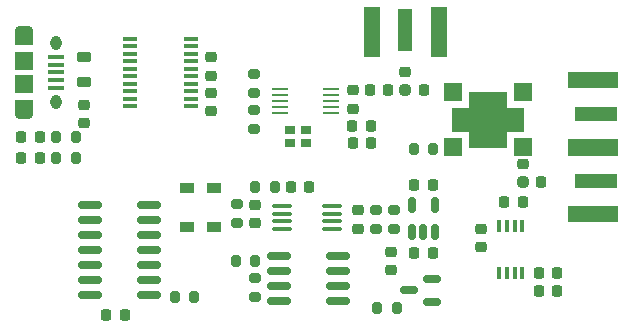
<source format=gbr>
%TF.GenerationSoftware,KiCad,Pcbnew,(6.0.1)*%
%TF.CreationDate,2022-08-01T14:37:07+02:00*%
%TF.ProjectId,DetectorReader,44657465-6374-46f7-9252-65616465722e,rev?*%
%TF.SameCoordinates,Original*%
%TF.FileFunction,Paste,Top*%
%TF.FilePolarity,Positive*%
%FSLAX46Y46*%
G04 Gerber Fmt 4.6, Leading zero omitted, Abs format (unit mm)*
G04 Created by KiCad (PCBNEW (6.0.1)) date 2022-08-01 14:37:07*
%MOMM*%
%LPD*%
G01*
G04 APERTURE LIST*
G04 Aperture macros list*
%AMRoundRect*
0 Rectangle with rounded corners*
0 $1 Rounding radius*
0 $2 $3 $4 $5 $6 $7 $8 $9 X,Y pos of 4 corners*
0 Add a 4 corners polygon primitive as box body*
4,1,4,$2,$3,$4,$5,$6,$7,$8,$9,$2,$3,0*
0 Add four circle primitives for the rounded corners*
1,1,$1+$1,$2,$3*
1,1,$1+$1,$4,$5*
1,1,$1+$1,$6,$7*
1,1,$1+$1,$8,$9*
0 Add four rect primitives between the rounded corners*
20,1,$1+$1,$2,$3,$4,$5,0*
20,1,$1+$1,$4,$5,$6,$7,0*
20,1,$1+$1,$6,$7,$8,$9,0*
20,1,$1+$1,$8,$9,$2,$3,0*%
%AMFreePoly0*
4,1,13,1.650000,1.015000,3.020000,1.015000,3.020000,-1.015000,1.650000,-1.015000,1.650000,-2.385000,-1.650000,-2.385000,-1.650000,-1.015000,-3.020000,-1.015000,-3.020000,1.015000,-1.650000,1.015000,-1.650000,2.385000,1.650000,2.385000,1.650000,1.015000,1.650000,1.015000,$1*%
G04 Aperture macros list end*
%ADD10RoundRect,0.225000X0.250000X-0.225000X0.250000X0.225000X-0.250000X0.225000X-0.250000X-0.225000X0*%
%ADD11RoundRect,0.225000X0.225000X0.250000X-0.225000X0.250000X-0.225000X-0.250000X0.225000X-0.250000X0*%
%ADD12RoundRect,0.225000X-0.250000X0.225000X-0.250000X-0.225000X0.250000X-0.225000X0.250000X0.225000X0*%
%ADD13R,0.300000X1.000000*%
%ADD14RoundRect,0.200000X0.275000X-0.200000X0.275000X0.200000X-0.275000X0.200000X-0.275000X-0.200000X0*%
%ADD15RoundRect,0.100000X0.712500X0.100000X-0.712500X0.100000X-0.712500X-0.100000X0.712500X-0.100000X0*%
%ADD16RoundRect,0.218750X-0.218750X-0.256250X0.218750X-0.256250X0.218750X0.256250X-0.218750X0.256250X0*%
%ADD17RoundRect,0.218750X0.256250X-0.218750X0.256250X0.218750X-0.256250X0.218750X-0.256250X-0.218750X0*%
%ADD18RoundRect,0.225000X-0.225000X-0.250000X0.225000X-0.250000X0.225000X0.250000X-0.225000X0.250000X0*%
%ADD19R,1.600000X1.600000*%
%ADD20FreePoly0,0.000000*%
%ADD21R,1.270000X3.600000*%
%ADD22R,1.350000X4.200000*%
%ADD23RoundRect,0.150000X-0.825000X-0.150000X0.825000X-0.150000X0.825000X0.150000X-0.825000X0.150000X0*%
%ADD24R,1.200000X0.900000*%
%ADD25RoundRect,0.200000X0.200000X0.275000X-0.200000X0.275000X-0.200000X-0.275000X0.200000X-0.275000X0*%
%ADD26RoundRect,0.200000X-0.275000X0.200000X-0.275000X-0.200000X0.275000X-0.200000X0.275000X0.200000X0*%
%ADD27RoundRect,0.150000X0.825000X0.150000X-0.825000X0.150000X-0.825000X-0.150000X0.825000X-0.150000X0*%
%ADD28RoundRect,0.150000X0.150000X-0.512500X0.150000X0.512500X-0.150000X0.512500X-0.150000X-0.512500X0*%
%ADD29RoundRect,0.150000X0.587500X0.150000X-0.587500X0.150000X-0.587500X-0.150000X0.587500X-0.150000X0*%
%ADD30R,3.600000X1.270000*%
%ADD31R,4.200000X1.350000*%
%ADD32RoundRect,0.200000X-0.200000X-0.275000X0.200000X-0.275000X0.200000X0.275000X-0.200000X0.275000X0*%
%ADD33R,1.400000X0.280000*%
%ADD34R,0.850000X0.750000*%
%ADD35O,0.950000X1.250000*%
%ADD36O,1.550000X0.890000*%
%ADD37R,1.350000X0.400000*%
%ADD38R,1.550000X1.200000*%
%ADD39R,1.550000X1.500000*%
%ADD40RoundRect,0.218750X-0.381250X0.218750X-0.381250X-0.218750X0.381250X-0.218750X0.381250X0.218750X0*%
%ADD41R,1.200000X0.400000*%
G04 APERTURE END LIST*
D10*
%TO.C,C11*%
X153670000Y-86775000D03*
X153670000Y-85225000D03*
%TD*%
D11*
%TO.C,C8*%
X140775000Y-82000000D03*
X139225000Y-82000000D03*
%TD*%
D12*
%TO.C,C3*%
X127250000Y-76225000D03*
X127250000Y-77775000D03*
%TD*%
D11*
%TO.C,C15*%
X156550000Y-94500000D03*
X155000000Y-94500000D03*
%TD*%
D13*
%TO.C,U6*%
X153620000Y-90500000D03*
X152970000Y-90500000D03*
X152320000Y-90500000D03*
X151670000Y-90500000D03*
X151670000Y-94500000D03*
X152320000Y-94500000D03*
X152970000Y-94500000D03*
X153620000Y-94500000D03*
%TD*%
D10*
%TO.C,C9*%
X143730000Y-79000000D03*
X143730000Y-77450000D03*
%TD*%
D14*
%TO.C,R8*%
X141250000Y-90785000D03*
X141250000Y-89135000D03*
%TD*%
D10*
%TO.C,C17*%
X139750000Y-90735000D03*
X139750000Y-89185000D03*
%TD*%
D15*
%TO.C,U7*%
X137512500Y-90755000D03*
X137512500Y-90105000D03*
X137512500Y-89455000D03*
X137512500Y-88805000D03*
X133287500Y-88805000D03*
X133287500Y-89455000D03*
X133287500Y-90105000D03*
X133287500Y-90755000D03*
%TD*%
D16*
%TO.C,D1*%
X111212500Y-83000000D03*
X112787500Y-83000000D03*
%TD*%
D17*
%TO.C,L2*%
X139250000Y-80575000D03*
X139250000Y-79000000D03*
%TD*%
D10*
%TO.C,C2*%
X116500000Y-81775000D03*
X116500000Y-80225000D03*
%TD*%
D18*
%TO.C,C1*%
X118410000Y-98000000D03*
X119960000Y-98000000D03*
%TD*%
D19*
%TO.C,U3*%
X147745000Y-79175000D03*
X153665000Y-79175000D03*
X153665000Y-83825000D03*
X147745000Y-83825000D03*
D20*
X150705000Y-81500000D03*
%TD*%
D21*
%TO.C,J4*%
X143730000Y-73900000D03*
D22*
X140905000Y-74100000D03*
X146555000Y-74100000D03*
%TD*%
D23*
%TO.C,U8*%
X133025000Y-93055000D03*
X133025000Y-94325000D03*
X133025000Y-95595000D03*
X133025000Y-96865000D03*
X137975000Y-96865000D03*
X137975000Y-95595000D03*
X137975000Y-94325000D03*
X137975000Y-93055000D03*
%TD*%
D16*
%TO.C,D2*%
X111212500Y-84750000D03*
X112787500Y-84750000D03*
%TD*%
D24*
%TO.C,D3*%
X127500000Y-87310000D03*
X127500000Y-90610000D03*
%TD*%
D25*
%TO.C,R10*%
X131000000Y-93500000D03*
X129350000Y-93500000D03*
%TD*%
D12*
%TO.C,C16*%
X142500000Y-92685000D03*
X142500000Y-94235000D03*
%TD*%
D14*
%TO.C,R5*%
X130920000Y-79250000D03*
X130920000Y-77600000D03*
%TD*%
D25*
%TO.C,R13*%
X125825000Y-96500000D03*
X124175000Y-96500000D03*
%TD*%
D11*
%TO.C,C10*%
X145280000Y-79000000D03*
X143730000Y-79000000D03*
%TD*%
%TO.C,C12*%
X155220000Y-86750000D03*
X153670000Y-86750000D03*
%TD*%
D26*
%TO.C,R7*%
X142750000Y-89135000D03*
X142750000Y-90785000D03*
%TD*%
D24*
%TO.C,D4*%
X125250000Y-90610000D03*
X125250000Y-87310000D03*
%TD*%
D27*
%TO.C,U1*%
X121975000Y-96310000D03*
X121975000Y-95040000D03*
X121975000Y-93770000D03*
X121975000Y-92500000D03*
X121975000Y-91230000D03*
X121975000Y-89960000D03*
X121975000Y-88690000D03*
X117025000Y-88690000D03*
X117025000Y-89960000D03*
X117025000Y-91230000D03*
X117025000Y-92500000D03*
X117025000Y-93770000D03*
X117025000Y-95040000D03*
X117025000Y-96310000D03*
%TD*%
D28*
%TO.C,U4*%
X144300000Y-91000000D03*
X145250000Y-91000000D03*
X146200000Y-91000000D03*
X146200000Y-88725000D03*
X144300000Y-88725000D03*
%TD*%
D14*
%TO.C,R12*%
X129500000Y-90285000D03*
X129500000Y-88635000D03*
%TD*%
D12*
%TO.C,C13*%
X150145000Y-90725000D03*
X150145000Y-92275000D03*
%TD*%
D25*
%TO.C,R3*%
X146075000Y-84000000D03*
X144425000Y-84000000D03*
%TD*%
D29*
%TO.C,Q1*%
X145937500Y-96910000D03*
X145937500Y-95010000D03*
X144062500Y-95960000D03*
%TD*%
D30*
%TO.C,J5*%
X159820000Y-86700000D03*
D31*
X159620000Y-89525000D03*
X159620000Y-83875000D03*
%TD*%
D32*
%TO.C,R2*%
X114175000Y-84750000D03*
X115825000Y-84750000D03*
%TD*%
D16*
%TO.C,L3*%
X140712500Y-79000000D03*
X142287500Y-79000000D03*
%TD*%
D11*
%TO.C,C5*%
X146025000Y-92750000D03*
X144475000Y-92750000D03*
%TD*%
D33*
%TO.C,U5*%
X137420000Y-80912500D03*
X137420000Y-80412500D03*
X137420000Y-79912500D03*
X137420000Y-79412500D03*
X137420000Y-78912500D03*
X133140000Y-78912500D03*
X133140000Y-79412500D03*
X133140000Y-79912500D03*
X133140000Y-80412500D03*
X133140000Y-80912500D03*
%TD*%
D32*
%TO.C,R6*%
X141345000Y-97460000D03*
X142995000Y-97460000D03*
%TD*%
%TO.C,R9*%
X131000000Y-87210000D03*
X132650000Y-87210000D03*
%TD*%
D10*
%TO.C,C19*%
X131000000Y-90235000D03*
X131000000Y-88685000D03*
%TD*%
D30*
%TO.C,J3*%
X159820000Y-81000000D03*
D31*
X159620000Y-78175000D03*
X159620000Y-83825000D03*
%TD*%
D14*
%TO.C,R11*%
X131000000Y-96535000D03*
X131000000Y-94885000D03*
%TD*%
D11*
%TO.C,C14*%
X156550000Y-96000000D03*
X155000000Y-96000000D03*
%TD*%
D10*
%TO.C,C4*%
X127250000Y-80775000D03*
X127250000Y-79225000D03*
%TD*%
D11*
%TO.C,C6*%
X146025000Y-87000000D03*
X144475000Y-87000000D03*
%TD*%
D34*
%TO.C,Y1*%
X135270000Y-82412500D03*
X133920000Y-82412500D03*
X133920000Y-83462500D03*
X135270000Y-83462500D03*
%TD*%
D26*
%TO.C,R4*%
X130920000Y-80675000D03*
X130920000Y-82325000D03*
%TD*%
D35*
%TO.C,J1*%
X114150000Y-80000000D03*
D36*
X111450000Y-74000000D03*
X111450000Y-81000000D03*
D35*
X114150000Y-75000000D03*
D37*
X114150000Y-76200000D03*
X114150000Y-76850000D03*
X114150000Y-77500000D03*
X114150000Y-78150000D03*
X114150000Y-78800000D03*
D38*
X111450000Y-80400000D03*
X111450000Y-74600000D03*
D39*
X111450000Y-76500000D03*
X111450000Y-78500000D03*
%TD*%
D18*
%TO.C,C18*%
X134050000Y-87210000D03*
X135600000Y-87210000D03*
%TD*%
%TO.C,C7*%
X139250000Y-83500000D03*
X140800000Y-83500000D03*
%TD*%
D16*
%TO.C,L4*%
X152095000Y-88500000D03*
X153670000Y-88500000D03*
%TD*%
D40*
%TO.C,L1*%
X116500000Y-76187500D03*
X116500000Y-78312500D03*
%TD*%
D32*
%TO.C,R1*%
X114175000Y-83000000D03*
X115825000Y-83000000D03*
%TD*%
D41*
%TO.C,U2*%
X120400000Y-74642500D03*
X120400000Y-75277500D03*
X120400000Y-75912500D03*
X120400000Y-76547500D03*
X120400000Y-77182500D03*
X120400000Y-77817500D03*
X120400000Y-78452500D03*
X120400000Y-79087500D03*
X120400000Y-79722500D03*
X120400000Y-80357500D03*
X125600000Y-80357500D03*
X125600000Y-79722500D03*
X125600000Y-79087500D03*
X125600000Y-78452500D03*
X125600000Y-77817500D03*
X125600000Y-77182500D03*
X125600000Y-76547500D03*
X125600000Y-75912500D03*
X125600000Y-75277500D03*
X125600000Y-74642500D03*
%TD*%
M02*

</source>
